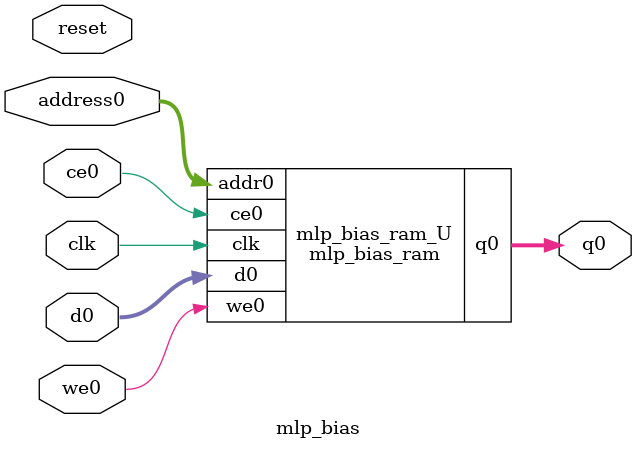
<source format=v>
`timescale 1 ns / 1 ps
module mlp_bias_ram (addr0, ce0, d0, we0, q0,  clk);

parameter DWIDTH = 32;
parameter AWIDTH = 8;
parameter MEM_SIZE = 198;

input[AWIDTH-1:0] addr0;
input ce0;
input[DWIDTH-1:0] d0;
input we0;
output reg[DWIDTH-1:0] q0;
input clk;

reg [DWIDTH-1:0] ram[0:MEM_SIZE-1];




always @(posedge clk)  
begin 
    if (ce0) begin
        if (we0) 
            ram[addr0] <= d0; 
        q0 <= ram[addr0];
    end
end


endmodule

`timescale 1 ns / 1 ps
module mlp_bias(
    reset,
    clk,
    address0,
    ce0,
    we0,
    d0,
    q0);

parameter DataWidth = 32'd32;
parameter AddressRange = 32'd198;
parameter AddressWidth = 32'd8;
input reset;
input clk;
input[AddressWidth - 1:0] address0;
input ce0;
input we0;
input[DataWidth - 1:0] d0;
output[DataWidth - 1:0] q0;



mlp_bias_ram mlp_bias_ram_U(
    .clk( clk ),
    .addr0( address0 ),
    .ce0( ce0 ),
    .we0( we0 ),
    .d0( d0 ),
    .q0( q0 ));

endmodule


</source>
